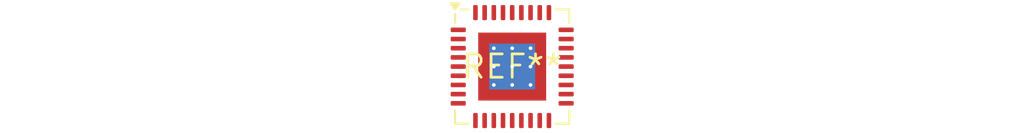
<source format=kicad_pcb>
(kicad_pcb (version 20240108) (generator pcbnew)
  (layers (0 "F.Cu" signal) (31 "B.Cu" signal) (34 "B.Paste" user) (35 "F.Paste" user) (36 "B.SilkS" user "B.Silkscreen") (37 "F.SilkS" user "F.Silkscreen") (38 "B.Mask" user) (39 "F.Mask" user) (44 "Edge.Cuts" user))
  (net 0 "")
  (footprint "QFN-36-1EP_6x6mm_P0.5mm_EP3.7x3.7mm_ThermalVias" (layer "F.Cu") (at 0 0)
    (property "Reference" "REF**")
    (property "Value" "QFN-36-1EP_6x6mm_P0.5mm_EP3.7x3.7mm_ThermalVias")
    (fp_line (start -3.11 -2.385) (end -3.11 -2.87) (layer "F.SilkS") (stroke (width 0.12)))
    (fp_line (start -3.11 3.11) (end -3.11 2.385) (layer "F.SilkS") (stroke (width 0.12)))
    (fp_line (start -2.385 -3.11) (end -2.81 -3.11) (layer "F.SilkS") (stroke (width 0.12)))
    (fp_line (start -2.385 3.11) (end -3.11 3.11) (layer "F.SilkS") (stroke (width 0.12)))
    (fp_line (start 2.385 -3.11) (end 3.11 -3.11) (layer "F.SilkS") (stroke (width 0.12)))
    (fp_line (start 2.385 3.11) (end 3.11 3.11) (layer "F.SilkS") (stroke (width 0.12)))
    (fp_line (start 3.11 -3.11) (end 3.11 -2.385) (layer "F.SilkS") (stroke (width 0.12)))
    (fp_line (start 3.11 3.11) (end 3.11 2.385) (layer "F.SilkS") (stroke (width 0.12)))
    (fp_poly (pts (xy -3.11 -3.11) (xy -3.35 -3.44) (xy -2.87 -3.44) (xy -3.11 -3.11)) (layer "F.SilkS") (stroke (width 0.12)) (fill solid))
    (pad "1" smd roundrect (at -2.9375 -2) (size 0.825 0.25) (layers "F.Cu" "F.Paste" "F.Mask"))
    (pad "2" smd roundrect (at -2.9375 -1.5) (size 0.825 0.25) (layers "F.Cu" "F.Paste" "F.Mask"))
    (pad "3" smd roundrect (at -2.9375 -1) (size 0.825 0.25) (layers "F.Cu" "F.Paste" "F.Mask"))
    (pad "4" smd roundrect (at -2.9375 -0.5) (size 0.825 0.25) (layers "F.Cu" "F.Paste" "F.Mask"))
    (pad "5" smd roundrect (at -2.9375 0) (size 0.825 0.25) (layers "F.Cu" "F.Paste" "F.Mask"))
    (pad "6" smd roundrect (at -2.9375 0.5) (size 0.825 0.25) (layers "F.Cu" "F.Paste" "F.Mask"))
    (pad "7" smd roundrect (at -2.9375 1) (size 0.825 0.25) (layers "F.Cu" "F.Paste" "F.Mask"))
    (pad "8" smd roundrect (at -2.9375 1.5) (size 0.825 0.25) (layers "F.Cu" "F.Paste" "F.Mask"))
    (pad "9" smd roundrect (at -2.9375 2) (size 0.825 0.25) (layers "F.Cu" "F.Paste" "F.Mask"))
    (pad "10" smd roundrect (at -2 2.9375) (size 0.25 0.825) (layers "F.Cu" "F.Paste" "F.Mask"))
    (pad "11" smd roundrect (at -1.5 2.9375) (size 0.25 0.825) (layers "F.Cu" "F.Paste" "F.Mask"))
    (pad "12" smd roundrect (at -1 2.9375) (size 0.25 0.825) (layers "F.Cu" "F.Paste" "F.Mask"))
    (pad "13" smd roundrect (at -0.5 2.9375) (size 0.25 0.825) (layers "F.Cu" "F.Paste" "F.Mask"))
    (pad "14" smd roundrect (at 0 2.9375) (size 0.25 0.825) (layers "F.Cu" "F.Paste" "F.Mask"))
    (pad "15" smd roundrect (at 0.5 2.9375) (size 0.25 0.825) (layers "F.Cu" "F.Paste" "F.Mask"))
    (pad "16" smd roundrect (at 1 2.9375) (size 0.25 0.825) (layers "F.Cu" "F.Paste" "F.Mask"))
    (pad "17" smd roundrect (at 1.5 2.9375) (size 0.25 0.825) (layers "F.Cu" "F.Paste" "F.Mask"))
    (pad "18" smd roundrect (at 2 2.9375) (size 0.25 0.825) (layers "F.Cu" "F.Paste" "F.Mask"))
    (pad "19" smd roundrect (at 2.9375 2) (size 0.825 0.25) (layers "F.Cu" "F.Paste" "F.Mask"))
    (pad "20" smd roundrect (at 2.9375 1.5) (size 0.825 0.25) (layers "F.Cu" "F.Paste" "F.Mask"))
    (pad "21" smd roundrect (at 2.9375 1) (size 0.825 0.25) (layers "F.Cu" "F.Paste" "F.Mask"))
    (pad "22" smd roundrect (at 2.9375 0.5) (size 0.825 0.25) (layers "F.Cu" "F.Paste" "F.Mask"))
    (pad "23" smd roundrect (at 2.9375 0) (size 0.825 0.25) (layers "F.Cu" "F.Paste" "F.Mask"))
    (pad "24" smd roundrect (at 2.9375 -0.5) (size 0.825 0.25) (layers "F.Cu" "F.Paste" "F.Mask"))
    (pad "25" smd roundrect (at 2.9375 -1) (size 0.825 0.25) (layers "F.Cu" "F.Paste" "F.Mask"))
    (pad "26" smd roundrect (at 2.9375 -1.5) (size 0.825 0.25) (layers "F.Cu" "F.Paste" "F.Mask"))
    (pad "27" smd roundrect (at 2.9375 -2) (size 0.825 0.25) (layers "F.Cu" "F.Paste" "F.Mask"))
    (pad "28" smd roundrect (at 2 -2.9375) (size 0.25 0.825) (layers "F.Cu" "F.Paste" "F.Mask"))
    (pad "29" smd roundrect (at 1.5 -2.9375) (size 0.25 0.825) (layers "F.Cu" "F.Paste" "F.Mask"))
    (pad "30" smd roundrect (at 1 -2.9375) (size 0.25 0.825) (layers "F.Cu" "F.Paste" "F.Mask"))
    (pad "31" smd roundrect (at 0.5 -2.9375) (size 0.25 0.825) (layers "F.Cu" "F.Paste" "F.Mask"))
    (pad "32" smd roundrect (at 0 -2.9375) (size 0.25 0.825) (layers "F.Cu" "F.Paste" "F.Mask"))
    (pad "33" smd roundrect (at -0.5 -2.9375) (size 0.25 0.825) (layers "F.Cu" "F.Paste" "F.Mask"))
    (pad "34" smd roundrect (at -1 -2.9375) (size 0.25 0.825) (layers "F.Cu" "F.Paste" "F.Mask"))
    (pad "35" smd roundrect (at -1.5 -2.9375) (size 0.25 0.825) (layers "F.Cu" "F.Paste" "F.Mask"))
    (pad "36" smd roundrect (at -2 -2.9375) (size 0.25 0.825) (layers "F.Cu" "F.Paste" "F.Mask"))
    (pad "37" thru_hole circle (at -1 -1) (size 0.5 0.5) (drill 0.2) (property pad_prop_heatsink) (layers *.Cu) (remove_unused_layers))
    (pad "37" thru_hole circle (at -1 0) (size 0.5 0.5) (drill 0.2) (property pad_prop_heatsink) (layers *.Cu) (remove_unused_layers))
    (pad "37" thru_hole circle (at -1 1) (size 0.5 0.5) (drill 0.2) (property pad_prop_heatsink) (layers *.Cu) (remove_unused_layers))
    (pad "37" thru_hole circle (at 0 -1) (size 0.5 0.5) (drill 0.2) (property pad_prop_heatsink) (layers *.Cu) (remove_unused_layers))
    (pad "37" thru_hole circle (at 0 0) (size 0.5 0.5) (drill 0.2) (property pad_prop_heatsink) (layers *.Cu) (remove_unused_layers))
    (pad "37" smd rect (at 0 0) (size 2.5 2.5) (property pad_prop_heatsink) (layers "B.Cu"))
    (pad "37" smd rect (at 0 0) (size 3.7 3.7) (property pad_prop_heatsink) (layers "F.Cu" "F.Mask"))
    (pad "37" thru_hole circle (at 0 1) (size 0.5 0.5) (drill 0.2) (property pad_prop_heatsink) (layers *.Cu) (remove_unused_layers))
    (pad "37" thru_hole circle (at 1 -1) (size 0.5 0.5) (drill 0.2) (property pad_prop_heatsink) (layers *.Cu) (remove_unused_layers))
    (pad "37" thru_hole circle (at 1 0) (size 0.5 0.5) (drill 0.2) (property pad_prop_heatsink) (layers *.Cu) (remove_unused_layers))
    (pad "37" thru_hole circle (at 1 1) (size 0.5 0.5) (drill 0.2) (property pad_prop_heatsink) (layers *.Cu) (remove_unused_layers))
  )
)
</source>
